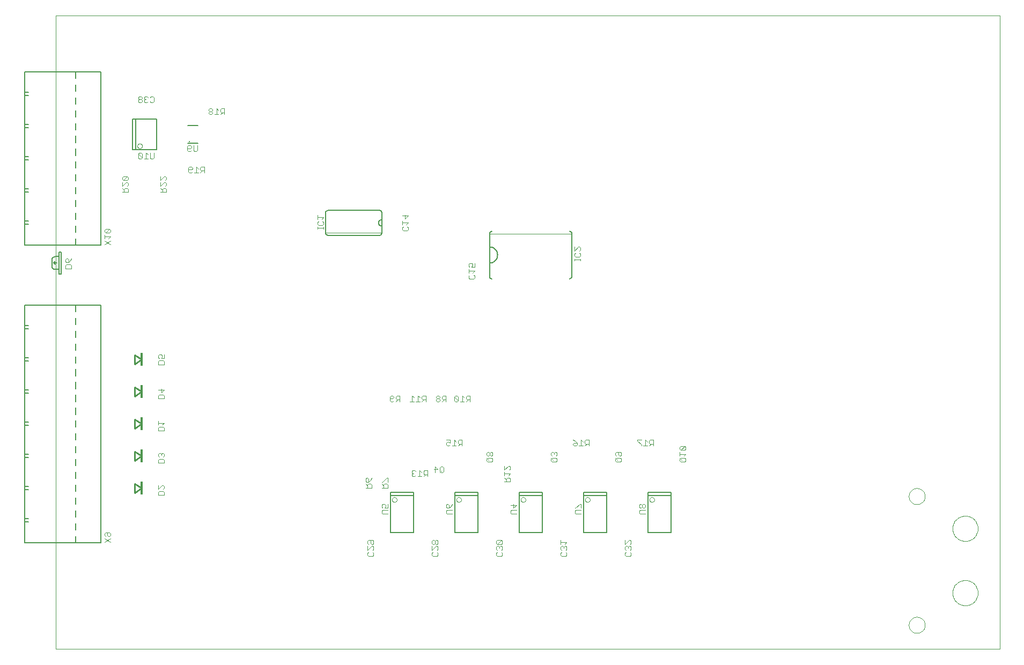
<source format=gbo>
G75*
%MOIN*%
%OFA0B0*%
%FSLAX24Y24*%
%IPPOS*%
%LPD*%
%AMOC8*
5,1,8,0,0,1.08239X$1,22.5*
%
%ADD10C,0.0000*%
%ADD11C,0.0050*%
%ADD12C,0.0040*%
%ADD13C,0.0080*%
%ADD14C,0.0030*%
%ADD15C,0.0100*%
%ADD16R,0.0118X0.0827*%
%ADD17C,0.0060*%
%ADD18C,0.0079*%
%ADD19C,0.0020*%
D10*
X002062Y000539D02*
X002062Y039909D01*
X060722Y039909D01*
X060722Y000539D01*
X002062Y000539D01*
X055062Y002039D02*
X055064Y002083D01*
X055070Y002127D01*
X055080Y002170D01*
X055093Y002212D01*
X055110Y002253D01*
X055131Y002292D01*
X055155Y002329D01*
X055182Y002364D01*
X055212Y002396D01*
X055245Y002426D01*
X055281Y002452D01*
X055318Y002476D01*
X055358Y002495D01*
X055399Y002512D01*
X055442Y002524D01*
X055485Y002533D01*
X055529Y002538D01*
X055573Y002539D01*
X055617Y002536D01*
X055661Y002529D01*
X055704Y002518D01*
X055746Y002504D01*
X055786Y002486D01*
X055825Y002464D01*
X055861Y002440D01*
X055895Y002412D01*
X055927Y002381D01*
X055956Y002347D01*
X055982Y002311D01*
X056004Y002273D01*
X056023Y002233D01*
X056038Y002191D01*
X056050Y002149D01*
X056058Y002105D01*
X056062Y002061D01*
X056062Y002017D01*
X056058Y001973D01*
X056050Y001929D01*
X056038Y001887D01*
X056023Y001845D01*
X056004Y001805D01*
X055982Y001767D01*
X055956Y001731D01*
X055927Y001697D01*
X055895Y001666D01*
X055861Y001638D01*
X055825Y001614D01*
X055786Y001592D01*
X055746Y001574D01*
X055704Y001560D01*
X055661Y001549D01*
X055617Y001542D01*
X055573Y001539D01*
X055529Y001540D01*
X055485Y001545D01*
X055442Y001554D01*
X055399Y001566D01*
X055358Y001583D01*
X055318Y001602D01*
X055281Y001626D01*
X055245Y001652D01*
X055212Y001682D01*
X055182Y001714D01*
X055155Y001749D01*
X055131Y001786D01*
X055110Y001825D01*
X055093Y001866D01*
X055080Y001908D01*
X055070Y001951D01*
X055064Y001995D01*
X055062Y002039D01*
X057777Y004039D02*
X057779Y004094D01*
X057785Y004149D01*
X057795Y004204D01*
X057808Y004258D01*
X057825Y004310D01*
X057846Y004362D01*
X057871Y004411D01*
X057899Y004459D01*
X057930Y004505D01*
X057965Y004548D01*
X058002Y004589D01*
X058042Y004627D01*
X058085Y004662D01*
X058130Y004695D01*
X058178Y004723D01*
X058227Y004749D01*
X058278Y004771D01*
X058330Y004789D01*
X058383Y004803D01*
X058438Y004814D01*
X058493Y004821D01*
X058548Y004824D01*
X058604Y004823D01*
X058659Y004818D01*
X058713Y004809D01*
X058767Y004797D01*
X058820Y004780D01*
X058872Y004760D01*
X058922Y004737D01*
X058970Y004709D01*
X059017Y004679D01*
X059061Y004645D01*
X059102Y004609D01*
X059141Y004569D01*
X059177Y004527D01*
X059210Y004482D01*
X059240Y004435D01*
X059266Y004387D01*
X059289Y004336D01*
X059308Y004284D01*
X059323Y004231D01*
X059335Y004177D01*
X059343Y004122D01*
X059347Y004067D01*
X059347Y004011D01*
X059343Y003956D01*
X059335Y003901D01*
X059323Y003847D01*
X059308Y003794D01*
X059289Y003742D01*
X059266Y003691D01*
X059240Y003643D01*
X059210Y003596D01*
X059177Y003551D01*
X059141Y003509D01*
X059102Y003469D01*
X059061Y003433D01*
X059017Y003399D01*
X058970Y003369D01*
X058922Y003341D01*
X058872Y003318D01*
X058820Y003298D01*
X058767Y003281D01*
X058713Y003269D01*
X058659Y003260D01*
X058604Y003255D01*
X058548Y003254D01*
X058493Y003257D01*
X058438Y003264D01*
X058383Y003275D01*
X058330Y003289D01*
X058278Y003307D01*
X058227Y003329D01*
X058178Y003355D01*
X058130Y003383D01*
X058085Y003416D01*
X058042Y003451D01*
X058002Y003489D01*
X057965Y003530D01*
X057930Y003573D01*
X057899Y003619D01*
X057871Y003667D01*
X057846Y003716D01*
X057825Y003768D01*
X057808Y003820D01*
X057795Y003874D01*
X057785Y003929D01*
X057779Y003984D01*
X057777Y004039D01*
X057777Y008039D02*
X057779Y008094D01*
X057785Y008149D01*
X057795Y008204D01*
X057808Y008258D01*
X057825Y008310D01*
X057846Y008362D01*
X057871Y008411D01*
X057899Y008459D01*
X057930Y008505D01*
X057965Y008548D01*
X058002Y008589D01*
X058042Y008627D01*
X058085Y008662D01*
X058130Y008695D01*
X058178Y008723D01*
X058227Y008749D01*
X058278Y008771D01*
X058330Y008789D01*
X058383Y008803D01*
X058438Y008814D01*
X058493Y008821D01*
X058548Y008824D01*
X058604Y008823D01*
X058659Y008818D01*
X058713Y008809D01*
X058767Y008797D01*
X058820Y008780D01*
X058872Y008760D01*
X058922Y008737D01*
X058970Y008709D01*
X059017Y008679D01*
X059061Y008645D01*
X059102Y008609D01*
X059141Y008569D01*
X059177Y008527D01*
X059210Y008482D01*
X059240Y008435D01*
X059266Y008387D01*
X059289Y008336D01*
X059308Y008284D01*
X059323Y008231D01*
X059335Y008177D01*
X059343Y008122D01*
X059347Y008067D01*
X059347Y008011D01*
X059343Y007956D01*
X059335Y007901D01*
X059323Y007847D01*
X059308Y007794D01*
X059289Y007742D01*
X059266Y007691D01*
X059240Y007643D01*
X059210Y007596D01*
X059177Y007551D01*
X059141Y007509D01*
X059102Y007469D01*
X059061Y007433D01*
X059017Y007399D01*
X058970Y007369D01*
X058922Y007341D01*
X058872Y007318D01*
X058820Y007298D01*
X058767Y007281D01*
X058713Y007269D01*
X058659Y007260D01*
X058604Y007255D01*
X058548Y007254D01*
X058493Y007257D01*
X058438Y007264D01*
X058383Y007275D01*
X058330Y007289D01*
X058278Y007307D01*
X058227Y007329D01*
X058178Y007355D01*
X058130Y007383D01*
X058085Y007416D01*
X058042Y007451D01*
X058002Y007489D01*
X057965Y007530D01*
X057930Y007573D01*
X057899Y007619D01*
X057871Y007667D01*
X057846Y007716D01*
X057825Y007768D01*
X057808Y007820D01*
X057795Y007874D01*
X057785Y007929D01*
X057779Y007984D01*
X057777Y008039D01*
X055062Y010039D02*
X055064Y010083D01*
X055070Y010127D01*
X055080Y010170D01*
X055093Y010212D01*
X055110Y010253D01*
X055131Y010292D01*
X055155Y010329D01*
X055182Y010364D01*
X055212Y010396D01*
X055245Y010426D01*
X055281Y010452D01*
X055318Y010476D01*
X055358Y010495D01*
X055399Y010512D01*
X055442Y010524D01*
X055485Y010533D01*
X055529Y010538D01*
X055573Y010539D01*
X055617Y010536D01*
X055661Y010529D01*
X055704Y010518D01*
X055746Y010504D01*
X055786Y010486D01*
X055825Y010464D01*
X055861Y010440D01*
X055895Y010412D01*
X055927Y010381D01*
X055956Y010347D01*
X055982Y010311D01*
X056004Y010273D01*
X056023Y010233D01*
X056038Y010191D01*
X056050Y010149D01*
X056058Y010105D01*
X056062Y010061D01*
X056062Y010017D01*
X056058Y009973D01*
X056050Y009929D01*
X056038Y009887D01*
X056023Y009845D01*
X056004Y009805D01*
X055982Y009767D01*
X055956Y009731D01*
X055927Y009697D01*
X055895Y009666D01*
X055861Y009638D01*
X055825Y009614D01*
X055786Y009592D01*
X055746Y009574D01*
X055704Y009560D01*
X055661Y009549D01*
X055617Y009542D01*
X055573Y009539D01*
X055529Y009540D01*
X055485Y009545D01*
X055442Y009554D01*
X055399Y009566D01*
X055358Y009583D01*
X055318Y009602D01*
X055281Y009626D01*
X055245Y009652D01*
X055212Y009682D01*
X055182Y009714D01*
X055155Y009749D01*
X055131Y009786D01*
X055110Y009825D01*
X055093Y009866D01*
X055080Y009908D01*
X055070Y009951D01*
X055064Y009995D01*
X055062Y010039D01*
D11*
X004849Y007149D02*
X004849Y021932D01*
X003275Y021932D01*
X003275Y021527D01*
X003275Y021133D02*
X003275Y020728D01*
X003275Y020334D02*
X003275Y019929D01*
X003275Y019536D02*
X003275Y019130D01*
X003275Y018737D02*
X003275Y018332D01*
X003275Y017938D02*
X003275Y017533D01*
X003275Y017139D02*
X003275Y016734D01*
X003275Y016340D02*
X003275Y015935D01*
X003275Y015542D02*
X003275Y015137D01*
X003275Y014743D02*
X003275Y014338D01*
X003275Y013944D02*
X003275Y013539D01*
X003275Y013145D02*
X003275Y012740D01*
X003275Y012347D02*
X003275Y011941D01*
X003275Y011548D02*
X003275Y011143D01*
X003275Y010749D02*
X003275Y010344D01*
X003275Y009950D02*
X003275Y009545D01*
X003275Y009151D02*
X003275Y008746D01*
X003275Y008353D02*
X003275Y007948D01*
X003275Y007554D02*
X003275Y007149D01*
X000125Y007149D01*
X000125Y021932D01*
X003275Y021932D01*
X002392Y023859D02*
X002242Y023859D01*
X002242Y025219D01*
X002392Y025219D01*
X002392Y023859D01*
X002212Y024139D02*
X002012Y024139D01*
X001986Y024141D01*
X001960Y024146D01*
X001935Y024154D01*
X001912Y024166D01*
X001890Y024180D01*
X001871Y024198D01*
X001853Y024217D01*
X001839Y024239D01*
X001827Y024262D01*
X001819Y024287D01*
X001814Y024313D01*
X001812Y024339D01*
X001812Y024739D01*
X001814Y024765D01*
X001819Y024791D01*
X001827Y024816D01*
X001839Y024839D01*
X001853Y024861D01*
X001871Y024880D01*
X001890Y024898D01*
X001912Y024912D01*
X001935Y024924D01*
X001960Y024932D01*
X001986Y024937D01*
X002012Y024939D01*
X002212Y024939D01*
X002012Y024639D02*
X001912Y024539D01*
X002012Y024439D01*
X001912Y024539D02*
X002132Y024539D01*
X003275Y025649D02*
X000125Y025649D01*
X000125Y036429D01*
X003275Y036429D01*
X003275Y036024D01*
X003275Y035631D02*
X003275Y035226D01*
X003275Y034833D02*
X003275Y034428D01*
X003275Y034034D02*
X003275Y033630D01*
X003275Y033236D02*
X003275Y032832D01*
X003275Y032438D02*
X003275Y032034D01*
X003275Y031640D02*
X003275Y031236D01*
X003275Y030842D02*
X003275Y030438D01*
X003275Y030044D02*
X003275Y029639D01*
X003275Y029246D02*
X003275Y028841D01*
X003275Y028448D02*
X003275Y028043D01*
X003275Y027650D02*
X003275Y027245D01*
X003275Y026851D02*
X003275Y026447D01*
X003275Y026053D02*
X003275Y025649D01*
X004849Y025649D01*
X004849Y036429D01*
X003275Y036429D01*
X000362Y035139D02*
X000131Y035139D01*
X000134Y034939D02*
X000362Y034939D01*
X000362Y033139D02*
X000131Y033139D01*
X000127Y032939D02*
X000362Y032939D01*
X000362Y031139D02*
X000127Y031139D01*
X000131Y030939D02*
X000362Y030939D01*
X000362Y029139D02*
X000127Y029139D01*
X000127Y028939D02*
X000362Y028939D01*
X000362Y027139D02*
X000162Y027139D01*
X000132Y026939D02*
X000362Y026939D01*
X000362Y020639D02*
X000131Y020639D01*
X000134Y020439D02*
X000362Y020439D01*
X000362Y018639D02*
X000131Y018639D01*
X000134Y018439D02*
X000362Y018439D01*
X000362Y016639D02*
X000131Y016639D01*
X000134Y016439D02*
X000362Y016439D01*
X000362Y014639D02*
X000131Y014639D01*
X000127Y014439D02*
X000362Y014439D01*
X000362Y012639D02*
X000127Y012639D01*
X000131Y012439D02*
X000362Y012439D01*
X000362Y010639D02*
X000127Y010639D01*
X000127Y010439D02*
X000362Y010439D01*
X000362Y008639D02*
X000162Y008639D01*
X000132Y008439D02*
X000362Y008439D01*
X003275Y007149D02*
X004849Y007149D01*
D12*
X005082Y007184D02*
X005442Y007424D01*
X005382Y007552D02*
X005322Y007552D01*
X005262Y007612D01*
X005262Y007792D01*
X005142Y007792D02*
X005382Y007792D01*
X005442Y007732D01*
X005442Y007612D01*
X005382Y007552D01*
X005142Y007552D02*
X005082Y007612D01*
X005082Y007732D01*
X005142Y007792D01*
X005082Y007424D02*
X005442Y007184D01*
X008426Y010112D02*
X008426Y010292D01*
X008486Y010352D01*
X008726Y010352D01*
X008786Y010292D01*
X008786Y010112D01*
X008426Y010112D01*
X008426Y010480D02*
X008666Y010720D01*
X008726Y010720D01*
X008786Y010660D01*
X008786Y010540D01*
X008726Y010480D01*
X008426Y010480D02*
X008426Y010720D01*
X008426Y012112D02*
X008426Y012292D01*
X008486Y012352D01*
X008726Y012352D01*
X008786Y012292D01*
X008786Y012112D01*
X008426Y012112D01*
X008486Y012480D02*
X008426Y012540D01*
X008426Y012660D01*
X008486Y012720D01*
X008546Y012720D01*
X008606Y012660D01*
X008606Y012600D01*
X008606Y012660D02*
X008666Y012720D01*
X008726Y012720D01*
X008786Y012660D01*
X008786Y012540D01*
X008726Y012480D01*
X008786Y014112D02*
X008426Y014112D01*
X008426Y014292D01*
X008486Y014352D01*
X008726Y014352D01*
X008786Y014292D01*
X008786Y014112D01*
X008666Y014480D02*
X008786Y014600D01*
X008426Y014600D01*
X008426Y014480D02*
X008426Y014720D01*
X008426Y016112D02*
X008426Y016292D01*
X008486Y016352D01*
X008726Y016352D01*
X008786Y016292D01*
X008786Y016112D01*
X008426Y016112D01*
X008606Y016480D02*
X008606Y016720D01*
X008786Y016660D02*
X008606Y016480D01*
X008426Y016660D02*
X008786Y016660D01*
X008786Y018237D02*
X008426Y018237D01*
X008426Y018417D01*
X008486Y018477D01*
X008726Y018477D01*
X008786Y018417D01*
X008786Y018237D01*
X008786Y018605D02*
X008606Y018605D01*
X008666Y018725D01*
X008666Y018785D01*
X008606Y018845D01*
X008486Y018845D01*
X008426Y018785D01*
X008426Y018665D01*
X008486Y018605D01*
X008786Y018605D02*
X008786Y018845D01*
X005442Y025684D02*
X005082Y025924D01*
X005082Y026052D02*
X005082Y026292D01*
X005082Y026172D02*
X005442Y026172D01*
X005322Y026052D01*
X005442Y025924D02*
X005082Y025684D01*
X005142Y026420D02*
X005382Y026661D01*
X005142Y026661D01*
X005082Y026601D01*
X005082Y026481D01*
X005142Y026420D01*
X005382Y026420D01*
X005442Y026481D01*
X005442Y026601D01*
X005382Y026661D01*
X010233Y031539D02*
X010233Y031779D01*
X010294Y031839D01*
X010414Y031839D01*
X010474Y031779D01*
X010474Y031719D01*
X010414Y031659D01*
X010233Y031659D01*
X010233Y031539D02*
X010294Y031479D01*
X010414Y031479D01*
X010474Y031539D01*
X010602Y031539D02*
X010602Y031839D01*
X010842Y031839D02*
X010842Y031539D01*
X010782Y031479D01*
X010662Y031479D01*
X010602Y031539D01*
X007122Y031819D02*
X007124Y031843D01*
X007130Y031867D01*
X007139Y031889D01*
X007152Y031909D01*
X007168Y031927D01*
X007187Y031942D01*
X007208Y031955D01*
X007230Y031963D01*
X007254Y031968D01*
X007278Y031969D01*
X007302Y031966D01*
X007325Y031959D01*
X007347Y031949D01*
X007367Y031935D01*
X007384Y031918D01*
X007399Y031899D01*
X007410Y031878D01*
X007418Y031855D01*
X007422Y031831D01*
X007422Y031807D01*
X007418Y031783D01*
X007410Y031760D01*
X007399Y031739D01*
X007384Y031720D01*
X007367Y031703D01*
X007347Y031689D01*
X007325Y031679D01*
X007302Y031672D01*
X007278Y031669D01*
X007254Y031670D01*
X007230Y031675D01*
X007208Y031683D01*
X007187Y031696D01*
X007168Y031711D01*
X007152Y031729D01*
X007139Y031749D01*
X007130Y031771D01*
X007124Y031795D01*
X007122Y031819D01*
X018332Y027506D02*
X018332Y027266D01*
X018332Y027386D02*
X018692Y027386D01*
X018572Y027266D01*
X018632Y027137D02*
X018692Y027077D01*
X018692Y026957D01*
X018632Y026897D01*
X018392Y026897D01*
X018332Y026957D01*
X018332Y027077D01*
X018392Y027137D01*
X018332Y026772D02*
X018332Y026652D01*
X018332Y026712D02*
X018692Y026712D01*
X018692Y026652D02*
X018692Y026772D01*
X034282Y025538D02*
X034282Y025298D01*
X034522Y025538D01*
X034582Y025538D01*
X034642Y025478D01*
X034642Y025358D01*
X034582Y025298D01*
X034582Y025170D02*
X034642Y025110D01*
X034642Y024989D01*
X034582Y024929D01*
X034342Y024929D01*
X034282Y024989D01*
X034282Y025110D01*
X034342Y025170D01*
X034282Y024804D02*
X034282Y024684D01*
X034282Y024744D02*
X034642Y024744D01*
X034642Y024684D02*
X034642Y024804D01*
X034942Y009829D02*
X034944Y009853D01*
X034950Y009877D01*
X034959Y009899D01*
X034972Y009919D01*
X034988Y009937D01*
X035007Y009952D01*
X035028Y009965D01*
X035050Y009973D01*
X035074Y009978D01*
X035098Y009979D01*
X035122Y009976D01*
X035145Y009969D01*
X035167Y009959D01*
X035187Y009945D01*
X035204Y009928D01*
X035219Y009909D01*
X035230Y009888D01*
X035238Y009865D01*
X035242Y009841D01*
X035242Y009817D01*
X035238Y009793D01*
X035230Y009770D01*
X035219Y009749D01*
X035204Y009730D01*
X035187Y009713D01*
X035167Y009699D01*
X035145Y009689D01*
X035122Y009682D01*
X035098Y009679D01*
X035074Y009680D01*
X035050Y009685D01*
X035028Y009693D01*
X035007Y009706D01*
X034988Y009721D01*
X034972Y009739D01*
X034959Y009759D01*
X034950Y009781D01*
X034944Y009805D01*
X034942Y009829D01*
X030942Y009829D02*
X030944Y009853D01*
X030950Y009877D01*
X030959Y009899D01*
X030972Y009919D01*
X030988Y009937D01*
X031007Y009952D01*
X031028Y009965D01*
X031050Y009973D01*
X031074Y009978D01*
X031098Y009979D01*
X031122Y009976D01*
X031145Y009969D01*
X031167Y009959D01*
X031187Y009945D01*
X031204Y009928D01*
X031219Y009909D01*
X031230Y009888D01*
X031238Y009865D01*
X031242Y009841D01*
X031242Y009817D01*
X031238Y009793D01*
X031230Y009770D01*
X031219Y009749D01*
X031204Y009730D01*
X031187Y009713D01*
X031167Y009699D01*
X031145Y009689D01*
X031122Y009682D01*
X031098Y009679D01*
X031074Y009680D01*
X031050Y009685D01*
X031028Y009693D01*
X031007Y009706D01*
X030988Y009721D01*
X030972Y009739D01*
X030959Y009759D01*
X030950Y009781D01*
X030944Y009805D01*
X030942Y009829D01*
X026942Y009829D02*
X026944Y009853D01*
X026950Y009877D01*
X026959Y009899D01*
X026972Y009919D01*
X026988Y009937D01*
X027007Y009952D01*
X027028Y009965D01*
X027050Y009973D01*
X027074Y009978D01*
X027098Y009979D01*
X027122Y009976D01*
X027145Y009969D01*
X027167Y009959D01*
X027187Y009945D01*
X027204Y009928D01*
X027219Y009909D01*
X027230Y009888D01*
X027238Y009865D01*
X027242Y009841D01*
X027242Y009817D01*
X027238Y009793D01*
X027230Y009770D01*
X027219Y009749D01*
X027204Y009730D01*
X027187Y009713D01*
X027167Y009699D01*
X027145Y009689D01*
X027122Y009682D01*
X027098Y009679D01*
X027074Y009680D01*
X027050Y009685D01*
X027028Y009693D01*
X027007Y009706D01*
X026988Y009721D01*
X026972Y009739D01*
X026959Y009759D01*
X026950Y009781D01*
X026944Y009805D01*
X026942Y009829D01*
X022942Y009829D02*
X022944Y009853D01*
X022950Y009877D01*
X022959Y009899D01*
X022972Y009919D01*
X022988Y009937D01*
X023007Y009952D01*
X023028Y009965D01*
X023050Y009973D01*
X023074Y009978D01*
X023098Y009979D01*
X023122Y009976D01*
X023145Y009969D01*
X023167Y009959D01*
X023187Y009945D01*
X023204Y009928D01*
X023219Y009909D01*
X023230Y009888D01*
X023238Y009865D01*
X023242Y009841D01*
X023242Y009817D01*
X023238Y009793D01*
X023230Y009770D01*
X023219Y009749D01*
X023204Y009730D01*
X023187Y009713D01*
X023167Y009699D01*
X023145Y009689D01*
X023122Y009682D01*
X023098Y009679D01*
X023074Y009680D01*
X023050Y009685D01*
X023028Y009693D01*
X023007Y009706D01*
X022988Y009721D01*
X022972Y009739D01*
X022959Y009759D01*
X022950Y009781D01*
X022944Y009805D01*
X022942Y009829D01*
X038942Y009829D02*
X038944Y009853D01*
X038950Y009877D01*
X038959Y009899D01*
X038972Y009919D01*
X038988Y009937D01*
X039007Y009952D01*
X039028Y009965D01*
X039050Y009973D01*
X039074Y009978D01*
X039098Y009979D01*
X039122Y009976D01*
X039145Y009969D01*
X039167Y009959D01*
X039187Y009945D01*
X039204Y009928D01*
X039219Y009909D01*
X039230Y009888D01*
X039238Y009865D01*
X039242Y009841D01*
X039242Y009817D01*
X039238Y009793D01*
X039230Y009770D01*
X039219Y009749D01*
X039204Y009730D01*
X039187Y009713D01*
X039167Y009699D01*
X039145Y009689D01*
X039122Y009682D01*
X039098Y009679D01*
X039074Y009680D01*
X039050Y009685D01*
X039028Y009693D01*
X039007Y009706D01*
X038988Y009721D01*
X038972Y009739D01*
X038959Y009759D01*
X038950Y009781D01*
X038944Y009805D01*
X038942Y009829D01*
D13*
X038852Y010075D02*
X038852Y010281D01*
X040272Y010281D01*
X040272Y007797D01*
X038852Y007797D01*
X038852Y010075D01*
X040262Y010075D01*
X036272Y010281D02*
X036272Y007797D01*
X034852Y007797D01*
X034852Y010075D01*
X034852Y010281D01*
X036272Y010281D01*
X036262Y010075D02*
X034852Y010075D01*
X032272Y010281D02*
X030852Y010281D01*
X030852Y010075D01*
X030852Y007797D01*
X032272Y007797D01*
X032272Y010281D01*
X032262Y010075D02*
X030852Y010075D01*
X028272Y010281D02*
X026852Y010281D01*
X026852Y010075D01*
X026852Y007797D01*
X028272Y007797D01*
X028272Y010281D01*
X028262Y010075D02*
X026852Y010075D01*
X024272Y010281D02*
X022852Y010281D01*
X022852Y010075D01*
X022852Y007797D01*
X024272Y007797D01*
X024272Y010281D01*
X024262Y010075D02*
X022852Y010075D01*
X008304Y031579D02*
X007026Y031579D01*
X006820Y031579D01*
X006820Y033499D01*
X008304Y033499D01*
X008304Y031579D01*
X007026Y031579D02*
X007026Y033489D01*
D14*
X007230Y034529D02*
X007354Y034529D01*
X007415Y034591D01*
X007415Y034652D01*
X007354Y034714D01*
X007230Y034714D01*
X007168Y034652D01*
X007168Y034591D01*
X007230Y034529D01*
X007230Y034714D02*
X007168Y034776D01*
X007168Y034837D01*
X007230Y034899D01*
X007354Y034899D01*
X007415Y034837D01*
X007415Y034776D01*
X007354Y034714D01*
X007537Y034652D02*
X007537Y034591D01*
X007598Y034529D01*
X007722Y034529D01*
X007784Y034591D01*
X007905Y034591D02*
X007967Y034529D01*
X008090Y034529D01*
X008152Y034591D01*
X008152Y034837D01*
X008090Y034899D01*
X007967Y034899D01*
X007905Y034837D01*
X007784Y034837D02*
X007722Y034899D01*
X007598Y034899D01*
X007537Y034837D01*
X007537Y034776D01*
X007598Y034714D01*
X007537Y034652D01*
X007598Y034714D02*
X007660Y034714D01*
X011543Y034087D02*
X011543Y034026D01*
X011605Y033964D01*
X011729Y033964D01*
X011790Y034026D01*
X011790Y034087D01*
X011729Y034149D01*
X011605Y034149D01*
X011543Y034087D01*
X011605Y033964D02*
X011543Y033902D01*
X011543Y033841D01*
X011605Y033779D01*
X011729Y033779D01*
X011790Y033841D01*
X011790Y033902D01*
X011729Y033964D01*
X011912Y033779D02*
X012159Y033779D01*
X012280Y033779D02*
X012404Y033902D01*
X012342Y033902D02*
X012527Y033902D01*
X012527Y033779D02*
X012527Y034149D01*
X012342Y034149D01*
X012280Y034087D01*
X012280Y033964D01*
X012342Y033902D01*
X012159Y034026D02*
X012035Y034149D01*
X012035Y033779D01*
X008152Y031399D02*
X008152Y031091D01*
X008090Y031029D01*
X007967Y031029D01*
X007905Y031091D01*
X007905Y031399D01*
X007784Y031276D02*
X007660Y031399D01*
X007660Y031029D01*
X007537Y031029D02*
X007784Y031029D01*
X007415Y031091D02*
X007168Y031337D01*
X007168Y031091D01*
X007230Y031029D01*
X007354Y031029D01*
X007415Y031091D01*
X007415Y031337D01*
X007354Y031399D01*
X007230Y031399D01*
X007168Y031337D01*
X006486Y029932D02*
X006239Y029686D01*
X006177Y029747D01*
X006177Y029871D01*
X006239Y029932D01*
X006486Y029932D01*
X006547Y029871D01*
X006547Y029747D01*
X006486Y029686D01*
X006239Y029686D01*
X006177Y029564D02*
X006177Y029317D01*
X006424Y029564D01*
X006486Y029564D01*
X006547Y029502D01*
X006547Y029379D01*
X006486Y029317D01*
X006486Y029196D02*
X006362Y029196D01*
X006300Y029134D01*
X006300Y028949D01*
X006177Y028949D02*
X006547Y028949D01*
X006547Y029134D01*
X006486Y029196D01*
X006300Y029072D02*
X006177Y029196D01*
X008552Y029196D02*
X008675Y029072D01*
X008675Y029134D02*
X008675Y028949D01*
X008552Y028949D02*
X008922Y028949D01*
X008922Y029134D01*
X008861Y029196D01*
X008737Y029196D01*
X008675Y029134D01*
X008552Y029317D02*
X008799Y029564D01*
X008861Y029564D01*
X008922Y029502D01*
X008922Y029379D01*
X008861Y029317D01*
X008552Y029317D02*
X008552Y029564D01*
X008552Y029686D02*
X008799Y029932D01*
X008861Y029932D01*
X008922Y029871D01*
X008922Y029747D01*
X008861Y029686D01*
X008552Y029686D02*
X008552Y029932D01*
X010293Y030216D02*
X010293Y030462D01*
X010355Y030524D01*
X010479Y030524D01*
X010540Y030462D01*
X010540Y030401D01*
X010479Y030339D01*
X010293Y030339D01*
X010293Y030216D02*
X010355Y030154D01*
X010479Y030154D01*
X010540Y030216D01*
X010662Y030154D02*
X010909Y030154D01*
X011030Y030154D02*
X011154Y030277D01*
X011092Y030277D02*
X011277Y030277D01*
X011277Y030154D02*
X011277Y030524D01*
X011092Y030524D01*
X011030Y030462D01*
X011030Y030339D01*
X011092Y030277D01*
X010909Y030401D02*
X010785Y030524D01*
X010785Y030154D01*
X003022Y024819D02*
X002961Y024696D01*
X002837Y024572D01*
X002837Y024757D01*
X002775Y024819D01*
X002714Y024819D01*
X002652Y024757D01*
X002652Y024634D01*
X002714Y024572D01*
X002837Y024572D01*
X002714Y024451D02*
X002961Y024451D01*
X003022Y024389D01*
X003022Y024204D01*
X002652Y024204D01*
X002652Y024389D01*
X002714Y024451D01*
X022807Y016237D02*
X022807Y015991D01*
X022869Y015929D01*
X022992Y015929D01*
X023054Y015991D01*
X023175Y015929D02*
X023299Y016052D01*
X023237Y016052D02*
X023422Y016052D01*
X023422Y015929D02*
X023422Y016299D01*
X023237Y016299D01*
X023175Y016237D01*
X023175Y016114D01*
X023237Y016052D01*
X023054Y016176D02*
X022992Y016114D01*
X022807Y016114D01*
X022807Y016237D02*
X022869Y016299D01*
X022992Y016299D01*
X023054Y016237D01*
X023054Y016176D01*
X024064Y015929D02*
X024310Y015929D01*
X024432Y015929D02*
X024679Y015929D01*
X024800Y015929D02*
X024924Y016052D01*
X024862Y016052D02*
X025047Y016052D01*
X025047Y015929D02*
X025047Y016299D01*
X024862Y016299D01*
X024800Y016237D01*
X024800Y016114D01*
X024862Y016052D01*
X024679Y016176D02*
X024555Y016299D01*
X024555Y015929D01*
X024310Y016176D02*
X024187Y016299D01*
X024187Y015929D01*
X025682Y015991D02*
X025744Y015929D01*
X025867Y015929D01*
X025929Y015991D01*
X025929Y016052D01*
X025867Y016114D01*
X025744Y016114D01*
X025682Y016052D01*
X025682Y015991D01*
X025744Y016114D02*
X025682Y016176D01*
X025682Y016237D01*
X025744Y016299D01*
X025867Y016299D01*
X025929Y016237D01*
X025929Y016176D01*
X025867Y016114D01*
X026050Y016114D02*
X026112Y016052D01*
X026297Y016052D01*
X026297Y015929D02*
X026297Y016299D01*
X026112Y016299D01*
X026050Y016237D01*
X026050Y016114D01*
X026174Y016052D02*
X026050Y015929D01*
X026814Y015991D02*
X026875Y015929D01*
X026999Y015929D01*
X027060Y015991D01*
X026814Y016237D01*
X026814Y015991D01*
X027060Y015991D02*
X027060Y016237D01*
X026999Y016299D01*
X026875Y016299D01*
X026814Y016237D01*
X027182Y015929D02*
X027429Y015929D01*
X027550Y015929D02*
X027674Y016052D01*
X027612Y016052D02*
X027797Y016052D01*
X027797Y015929D02*
X027797Y016299D01*
X027612Y016299D01*
X027550Y016237D01*
X027550Y016114D01*
X027612Y016052D01*
X027429Y016176D02*
X027305Y016299D01*
X027305Y015929D01*
X027297Y013549D02*
X027112Y013549D01*
X027050Y013487D01*
X027050Y013364D01*
X027112Y013302D01*
X027297Y013302D01*
X027297Y013179D02*
X027297Y013549D01*
X027174Y013302D02*
X027050Y013179D01*
X026929Y013179D02*
X026682Y013179D01*
X026805Y013179D02*
X026805Y013549D01*
X026929Y013426D01*
X026560Y013364D02*
X026437Y013426D01*
X026375Y013426D01*
X026314Y013364D01*
X026314Y013241D01*
X026375Y013179D01*
X026499Y013179D01*
X026560Y013241D01*
X026560Y013364D02*
X026560Y013549D01*
X026314Y013549D01*
X026097Y011899D02*
X025973Y011899D01*
X025912Y011837D01*
X025912Y011591D01*
X025973Y011529D01*
X026097Y011529D01*
X026159Y011591D01*
X026159Y011837D01*
X026097Y011899D01*
X026035Y011652D02*
X025912Y011529D01*
X025790Y011714D02*
X025543Y011714D01*
X025605Y011529D02*
X025605Y011899D01*
X025790Y011714D01*
X025152Y011649D02*
X025152Y011279D01*
X025152Y011402D02*
X024967Y011402D01*
X024905Y011464D01*
X024905Y011587D01*
X024967Y011649D01*
X025152Y011649D01*
X025029Y011402D02*
X024905Y011279D01*
X024784Y011279D02*
X024537Y011279D01*
X024660Y011279D02*
X024660Y011649D01*
X024784Y011526D01*
X024415Y011587D02*
X024354Y011649D01*
X024230Y011649D01*
X024168Y011587D01*
X024168Y011526D01*
X024230Y011464D01*
X024168Y011402D01*
X024168Y011341D01*
X024230Y011279D01*
X024354Y011279D01*
X024415Y011341D01*
X024292Y011464D02*
X024230Y011464D01*
X022672Y011182D02*
X022611Y011182D01*
X022364Y010936D01*
X022302Y010936D01*
X022302Y010814D02*
X022425Y010691D01*
X022425Y010752D02*
X022425Y010567D01*
X022302Y010567D02*
X022672Y010567D01*
X022672Y010752D01*
X022611Y010814D01*
X022487Y010814D01*
X022425Y010752D01*
X022672Y010936D02*
X022672Y011182D01*
X021672Y011182D02*
X021611Y011059D01*
X021487Y010936D01*
X021487Y011121D01*
X021425Y011182D01*
X021364Y011182D01*
X021302Y011121D01*
X021302Y010997D01*
X021364Y010936D01*
X021487Y010936D01*
X021487Y010814D02*
X021425Y010752D01*
X021425Y010567D01*
X021302Y010567D02*
X021672Y010567D01*
X021672Y010752D01*
X021611Y010814D01*
X021487Y010814D01*
X021425Y010691D02*
X021302Y010814D01*
X022364Y009557D02*
X022302Y009496D01*
X022302Y009372D01*
X022364Y009311D01*
X022364Y009189D02*
X022672Y009189D01*
X022672Y009311D02*
X022487Y009311D01*
X022549Y009434D01*
X022549Y009496D01*
X022487Y009557D01*
X022364Y009557D01*
X022672Y009557D02*
X022672Y009311D01*
X022364Y009189D02*
X022302Y009127D01*
X022302Y009004D01*
X022364Y008942D01*
X022672Y008942D01*
X021736Y007307D02*
X021797Y007246D01*
X021797Y007122D01*
X021736Y007061D01*
X021674Y007061D01*
X021612Y007122D01*
X021612Y007307D01*
X021489Y007307D02*
X021736Y007307D01*
X021489Y007307D02*
X021427Y007246D01*
X021427Y007122D01*
X021489Y007061D01*
X021427Y006939D02*
X021427Y006692D01*
X021674Y006939D01*
X021736Y006939D01*
X021797Y006877D01*
X021797Y006754D01*
X021736Y006692D01*
X021736Y006571D02*
X021797Y006509D01*
X021797Y006386D01*
X021736Y006324D01*
X021489Y006324D01*
X021427Y006386D01*
X021427Y006509D01*
X021489Y006571D01*
X025427Y006509D02*
X025427Y006386D01*
X025489Y006324D01*
X025736Y006324D01*
X025797Y006386D01*
X025797Y006509D01*
X025736Y006571D01*
X025736Y006692D02*
X025797Y006754D01*
X025797Y006877D01*
X025736Y006939D01*
X025674Y006939D01*
X025427Y006692D01*
X025427Y006939D01*
X025489Y007061D02*
X025550Y007061D01*
X025612Y007122D01*
X025612Y007246D01*
X025550Y007307D01*
X025489Y007307D01*
X025427Y007246D01*
X025427Y007122D01*
X025489Y007061D01*
X025612Y007122D02*
X025674Y007061D01*
X025736Y007061D01*
X025797Y007122D01*
X025797Y007246D01*
X025736Y007307D01*
X025674Y007307D01*
X025612Y007246D01*
X025489Y006571D02*
X025427Y006509D01*
X026364Y008942D02*
X026302Y009004D01*
X026302Y009127D01*
X026364Y009189D01*
X026672Y009189D01*
X026487Y009311D02*
X026487Y009496D01*
X026425Y009557D01*
X026364Y009557D01*
X026302Y009496D01*
X026302Y009372D01*
X026364Y009311D01*
X026487Y009311D01*
X026611Y009434D01*
X026672Y009557D01*
X026672Y008942D02*
X026364Y008942D01*
X029427Y007246D02*
X029427Y007122D01*
X029489Y007061D01*
X029736Y007307D01*
X029489Y007307D01*
X029427Y007246D01*
X029489Y007061D02*
X029736Y007061D01*
X029797Y007122D01*
X029797Y007246D01*
X029736Y007307D01*
X029736Y006939D02*
X029674Y006939D01*
X029612Y006877D01*
X029550Y006939D01*
X029489Y006939D01*
X029427Y006877D01*
X029427Y006754D01*
X029489Y006692D01*
X029489Y006571D02*
X029427Y006509D01*
X029427Y006386D01*
X029489Y006324D01*
X029736Y006324D01*
X029797Y006386D01*
X029797Y006509D01*
X029736Y006571D01*
X029736Y006692D02*
X029797Y006754D01*
X029797Y006877D01*
X029736Y006939D01*
X029612Y006877D02*
X029612Y006816D01*
X030364Y008942D02*
X030302Y009004D01*
X030302Y009127D01*
X030364Y009189D01*
X030672Y009189D01*
X030487Y009311D02*
X030487Y009557D01*
X030302Y009496D02*
X030672Y009496D01*
X030487Y009311D01*
X030364Y008942D02*
X030672Y008942D01*
X033427Y007307D02*
X033427Y007061D01*
X033427Y007184D02*
X033797Y007184D01*
X033674Y007061D01*
X033674Y006939D02*
X033612Y006877D01*
X033550Y006939D01*
X033489Y006939D01*
X033427Y006877D01*
X033427Y006754D01*
X033489Y006692D01*
X033489Y006571D02*
X033427Y006509D01*
X033427Y006386D01*
X033489Y006324D01*
X033736Y006324D01*
X033797Y006386D01*
X033797Y006509D01*
X033736Y006571D01*
X033736Y006692D02*
X033797Y006754D01*
X033797Y006877D01*
X033736Y006939D01*
X033674Y006939D01*
X033612Y006877D02*
X033612Y006816D01*
X034364Y008942D02*
X034302Y009004D01*
X034302Y009127D01*
X034364Y009189D01*
X034672Y009189D01*
X034672Y009311D02*
X034672Y009557D01*
X034611Y009557D01*
X034364Y009311D01*
X034302Y009311D01*
X034364Y008942D02*
X034672Y008942D01*
X037427Y007307D02*
X037427Y007061D01*
X037674Y007307D01*
X037736Y007307D01*
X037797Y007246D01*
X037797Y007122D01*
X037736Y007061D01*
X037736Y006939D02*
X037674Y006939D01*
X037612Y006877D01*
X037550Y006939D01*
X037489Y006939D01*
X037427Y006877D01*
X037427Y006754D01*
X037489Y006692D01*
X037489Y006571D02*
X037427Y006509D01*
X037427Y006386D01*
X037489Y006324D01*
X037736Y006324D01*
X037797Y006386D01*
X037797Y006509D01*
X037736Y006571D01*
X037736Y006692D02*
X037797Y006754D01*
X037797Y006877D01*
X037736Y006939D01*
X037612Y006877D02*
X037612Y006816D01*
X038364Y008942D02*
X038302Y009004D01*
X038302Y009127D01*
X038364Y009189D01*
X038672Y009189D01*
X038611Y009311D02*
X038549Y009311D01*
X038487Y009372D01*
X038487Y009496D01*
X038425Y009557D01*
X038364Y009557D01*
X038302Y009496D01*
X038302Y009372D01*
X038364Y009311D01*
X038425Y009311D01*
X038487Y009372D01*
X038487Y009496D02*
X038549Y009557D01*
X038611Y009557D01*
X038672Y009496D01*
X038672Y009372D01*
X038611Y009311D01*
X038672Y008942D02*
X038364Y008942D01*
X037136Y012179D02*
X036889Y012179D01*
X036827Y012241D01*
X036827Y012364D01*
X036889Y012426D01*
X037136Y012426D01*
X037197Y012364D01*
X037197Y012241D01*
X037136Y012179D01*
X036950Y012302D02*
X036827Y012426D01*
X036889Y012547D02*
X036827Y012609D01*
X036827Y012732D01*
X036889Y012794D01*
X037136Y012794D01*
X037197Y012732D01*
X037197Y012609D01*
X037136Y012547D01*
X037074Y012547D01*
X037012Y012609D01*
X037012Y012794D01*
X038189Y013487D02*
X038435Y013241D01*
X038435Y013179D01*
X038557Y013179D02*
X038804Y013179D01*
X038925Y013179D02*
X039049Y013302D01*
X038987Y013302D02*
X039172Y013302D01*
X039172Y013179D02*
X039172Y013549D01*
X038987Y013549D01*
X038925Y013487D01*
X038925Y013364D01*
X038987Y013302D01*
X038804Y013426D02*
X038680Y013549D01*
X038680Y013179D01*
X038435Y013549D02*
X038189Y013549D01*
X038189Y013487D01*
X040827Y013101D02*
X040827Y012977D01*
X040889Y012915D01*
X041136Y013162D01*
X040889Y013162D01*
X040827Y013101D01*
X040889Y012915D02*
X041136Y012915D01*
X041197Y012977D01*
X041197Y013101D01*
X041136Y013162D01*
X040827Y012794D02*
X040827Y012547D01*
X040827Y012426D02*
X040950Y012302D01*
X040827Y012241D02*
X040889Y012179D01*
X041136Y012179D01*
X041197Y012241D01*
X041197Y012364D01*
X041136Y012426D01*
X040889Y012426D01*
X040827Y012364D01*
X040827Y012241D01*
X041074Y012547D02*
X041197Y012671D01*
X040827Y012671D01*
X035172Y013179D02*
X035172Y013549D01*
X034987Y013549D01*
X034925Y013487D01*
X034925Y013364D01*
X034987Y013302D01*
X035172Y013302D01*
X035049Y013302D02*
X034925Y013179D01*
X034804Y013179D02*
X034557Y013179D01*
X034680Y013179D02*
X034680Y013549D01*
X034804Y013426D01*
X034435Y013364D02*
X034250Y013364D01*
X034189Y013302D01*
X034189Y013241D01*
X034250Y013179D01*
X034374Y013179D01*
X034435Y013241D01*
X034435Y013364D01*
X034312Y013487D01*
X034189Y013549D01*
X033197Y012732D02*
X033136Y012794D01*
X033074Y012794D01*
X033012Y012732D01*
X032950Y012794D01*
X032889Y012794D01*
X032827Y012732D01*
X032827Y012609D01*
X032889Y012547D01*
X032889Y012426D02*
X032827Y012364D01*
X032827Y012241D01*
X032889Y012179D01*
X033136Y012179D01*
X033197Y012241D01*
X033197Y012364D01*
X033136Y012426D01*
X032889Y012426D01*
X032827Y012426D02*
X032950Y012302D01*
X033136Y012547D02*
X033197Y012609D01*
X033197Y012732D01*
X033012Y012732D02*
X033012Y012671D01*
X030297Y011871D02*
X030297Y011747D01*
X030236Y011686D01*
X030297Y011871D02*
X030236Y011932D01*
X030174Y011932D01*
X029927Y011686D01*
X029927Y011932D01*
X029927Y011564D02*
X029927Y011317D01*
X029927Y011196D02*
X030050Y011072D01*
X030050Y011134D02*
X030050Y010949D01*
X029927Y010949D02*
X030297Y010949D01*
X030297Y011134D01*
X030236Y011196D01*
X030112Y011196D01*
X030050Y011134D01*
X030174Y011317D02*
X030297Y011441D01*
X029927Y011441D01*
X029136Y012179D02*
X029197Y012241D01*
X029197Y012364D01*
X029136Y012426D01*
X028889Y012426D01*
X028827Y012364D01*
X028827Y012241D01*
X028889Y012179D01*
X029136Y012179D01*
X028950Y012302D02*
X028827Y012426D01*
X028889Y012547D02*
X028950Y012547D01*
X029012Y012609D01*
X029012Y012732D01*
X028950Y012794D01*
X028889Y012794D01*
X028827Y012732D01*
X028827Y012609D01*
X028889Y012547D01*
X029012Y012609D02*
X029074Y012547D01*
X029136Y012547D01*
X029197Y012609D01*
X029197Y012732D01*
X029136Y012794D01*
X029074Y012794D01*
X029012Y012732D01*
X028011Y023554D02*
X027764Y023554D01*
X027702Y023616D01*
X027702Y023739D01*
X027764Y023801D01*
X027702Y023922D02*
X027702Y024169D01*
X027702Y024046D02*
X028072Y024046D01*
X027949Y023922D01*
X028011Y023801D02*
X028072Y023739D01*
X028072Y023616D01*
X028011Y023554D01*
X028072Y024290D02*
X027887Y024290D01*
X027949Y024414D01*
X027949Y024476D01*
X027887Y024537D01*
X027764Y024537D01*
X027702Y024476D01*
X027702Y024352D01*
X027764Y024290D01*
X028072Y024290D02*
X028072Y024537D01*
X023947Y026616D02*
X023886Y026554D01*
X023639Y026554D01*
X023577Y026616D01*
X023577Y026739D01*
X023639Y026801D01*
X023577Y026922D02*
X023577Y027169D01*
X023577Y027046D02*
X023947Y027046D01*
X023824Y026922D01*
X023886Y026801D02*
X023947Y026739D01*
X023947Y026616D01*
X023762Y027290D02*
X023762Y027537D01*
X023577Y027476D02*
X023947Y027476D01*
X023762Y027290D01*
D15*
X007377Y018539D02*
X006964Y018263D01*
X006964Y018834D01*
X007377Y018539D01*
X006964Y016834D02*
X006964Y016263D01*
X007377Y016539D01*
X006964Y016834D01*
X006964Y014834D02*
X006964Y014263D01*
X007377Y014539D01*
X006964Y014834D01*
X006964Y012834D02*
X006964Y012263D01*
X007377Y012539D01*
X006964Y012834D01*
X006964Y010834D02*
X006964Y010263D01*
X007377Y010539D01*
X006964Y010834D01*
D16*
X007397Y010539D03*
X007397Y012539D03*
X007397Y014539D03*
X007397Y016539D03*
X007397Y018539D03*
D17*
X018812Y026419D02*
X018812Y027659D01*
X018814Y027682D01*
X018819Y027705D01*
X018828Y027727D01*
X018841Y027747D01*
X018856Y027765D01*
X018874Y027780D01*
X018894Y027793D01*
X018916Y027802D01*
X018939Y027807D01*
X018962Y027809D01*
X022162Y027809D01*
X022185Y027807D01*
X022208Y027802D01*
X022230Y027793D01*
X022250Y027780D01*
X022268Y027765D01*
X022283Y027747D01*
X022296Y027727D01*
X022305Y027705D01*
X022310Y027682D01*
X022312Y027659D01*
X022312Y027239D01*
X022312Y026839D01*
X022312Y026419D01*
X022310Y026396D01*
X022305Y026373D01*
X022296Y026351D01*
X022283Y026331D01*
X022268Y026313D01*
X022250Y026298D01*
X022230Y026285D01*
X022208Y026276D01*
X022185Y026271D01*
X022162Y026269D01*
X018962Y026269D01*
X018939Y026271D01*
X018916Y026276D01*
X018894Y026285D01*
X018874Y026298D01*
X018856Y026313D01*
X018841Y026331D01*
X018828Y026351D01*
X018819Y026373D01*
X018814Y026396D01*
X018812Y026419D01*
X022312Y026839D02*
X022285Y026841D01*
X022258Y026846D01*
X022232Y026856D01*
X022208Y026868D01*
X022186Y026884D01*
X022166Y026902D01*
X022149Y026924D01*
X022134Y026947D01*
X022124Y026972D01*
X022116Y026998D01*
X022112Y027025D01*
X022112Y027053D01*
X022116Y027080D01*
X022124Y027106D01*
X022134Y027131D01*
X022149Y027154D01*
X022166Y027176D01*
X022186Y027194D01*
X022208Y027210D01*
X022232Y027222D01*
X022258Y027232D01*
X022285Y027237D01*
X022312Y027239D01*
X029002Y026359D02*
X029002Y025539D01*
X029002Y024539D01*
X029002Y023719D01*
X029004Y023696D01*
X029009Y023673D01*
X029018Y023651D01*
X029031Y023631D01*
X029046Y023613D01*
X029064Y023598D01*
X029084Y023585D01*
X029106Y023576D01*
X029129Y023571D01*
X029152Y023569D01*
X029002Y024539D02*
X029046Y024541D01*
X029089Y024547D01*
X029131Y024556D01*
X029173Y024569D01*
X029213Y024586D01*
X029252Y024606D01*
X029289Y024629D01*
X029323Y024656D01*
X029356Y024685D01*
X029385Y024718D01*
X029412Y024752D01*
X029435Y024789D01*
X029455Y024828D01*
X029472Y024868D01*
X029485Y024910D01*
X029494Y024952D01*
X029500Y024995D01*
X029502Y025039D01*
X029500Y025083D01*
X029494Y025126D01*
X029485Y025168D01*
X029472Y025210D01*
X029455Y025250D01*
X029435Y025289D01*
X029412Y025326D01*
X029385Y025360D01*
X029356Y025393D01*
X029323Y025422D01*
X029289Y025449D01*
X029252Y025472D01*
X029213Y025492D01*
X029173Y025509D01*
X029131Y025522D01*
X029089Y025531D01*
X029046Y025537D01*
X029002Y025539D01*
X029002Y026359D02*
X029004Y026382D01*
X029009Y026405D01*
X029018Y026427D01*
X029031Y026447D01*
X029046Y026465D01*
X029064Y026480D01*
X029084Y026493D01*
X029106Y026502D01*
X029129Y026507D01*
X029152Y026509D01*
X033972Y026509D02*
X033995Y026507D01*
X034018Y026502D01*
X034040Y026493D01*
X034060Y026480D01*
X034078Y026465D01*
X034093Y026447D01*
X034106Y026427D01*
X034115Y026405D01*
X034120Y026382D01*
X034122Y026359D01*
X034122Y023719D01*
X034120Y023696D01*
X034115Y023673D01*
X034106Y023651D01*
X034093Y023631D01*
X034078Y023613D01*
X034060Y023598D01*
X034040Y023585D01*
X034018Y023576D01*
X033995Y023571D01*
X033972Y023569D01*
X010869Y031979D02*
X010255Y031979D01*
X010255Y033099D02*
X010869Y033099D01*
D18*
X010365Y032086D03*
D19*
X018812Y026409D02*
X022312Y026409D01*
X029012Y026369D02*
X034112Y026369D01*
M02*

</source>
